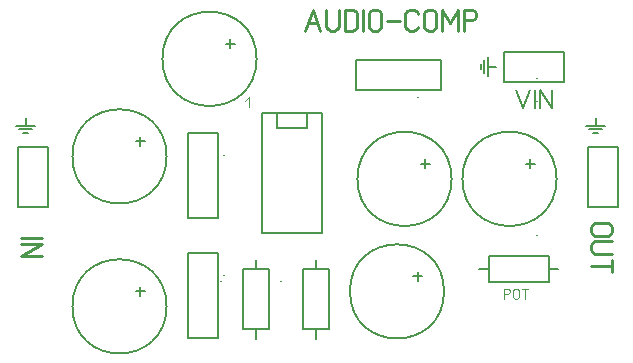
<source format=gbr>
%FSLAX34Y34*%
%MOMM*%
%LNSILK_TOP*%
G71*
G01*
%ADD10C,0.150*%
%ADD11C,0.167*%
%ADD12C,0.206*%
%ADD13C,0.200*%
%ADD14C,0.222*%
%ADD15C,0.111*%
%LPD*%
G54D10*
X278976Y218175D02*
X228176Y218175D01*
X228175Y116575D01*
X278976Y116575D01*
X278976Y218175D01*
G54D10*
X266275Y218175D02*
X240875Y218175D01*
X240875Y205475D01*
X266276Y205475D01*
X266275Y218175D01*
G54D10*
X165298Y129342D02*
X190698Y129342D01*
X190698Y200942D01*
X165298Y200942D01*
X165298Y129342D01*
G54D11*
X196090Y181997D02*
X196090Y181997D01*
G54D10*
X128982Y193800D02*
X121382Y193800D01*
G54D10*
X125182Y190000D02*
X125182Y197600D01*
G54D10*
G75*
G01X147526Y181100D02*
G03X147526Y181100I-39850J0D01*
G01*
G54D10*
X128982Y66800D02*
X121382Y66800D01*
G54D10*
X125182Y63000D02*
X125182Y70600D01*
G54D10*
G75*
G01X147526Y54100D02*
G03X147526Y54100I-39850J0D01*
G01*
G54D10*
X165298Y27742D02*
X190698Y27742D01*
X190698Y99342D01*
X165298Y99342D01*
X165298Y27742D01*
G54D11*
X196090Y80397D02*
X196090Y80397D01*
G54D10*
X234001Y34819D02*
X211826Y34819D01*
X211826Y85519D01*
X234001Y85519D01*
X234001Y34819D01*
G54D10*
X222914Y34619D02*
X222914Y26719D01*
G54D10*
X222914Y85619D02*
X222914Y93519D01*
G54D11*
X193989Y75261D02*
X193989Y75261D01*
G54D10*
X284801Y34819D02*
X262626Y34819D01*
X262626Y85519D01*
X284801Y85519D01*
X284801Y34819D01*
G54D10*
X273714Y34619D02*
X273714Y26719D01*
G54D10*
X273714Y85619D02*
X273714Y93519D01*
G54D11*
X244789Y75261D02*
X244789Y75261D01*
G54D10*
X363932Y79500D02*
X356332Y79500D01*
G54D10*
X360132Y75700D02*
X360132Y83300D01*
G54D10*
G75*
G01X382476Y66800D02*
G03X382476Y66800I-39850J0D01*
G01*
G54D10*
X370282Y174750D02*
X362682Y174750D01*
G54D10*
X366482Y170950D02*
X366482Y178550D01*
G54D10*
G75*
G01X388826Y162050D02*
G03X388826Y162050I-39850J0D01*
G01*
G54D10*
X205182Y276350D02*
X197582Y276350D01*
G54D10*
X201382Y272550D02*
X201382Y280150D01*
G54D10*
G75*
G01X223726Y263650D02*
G03X223726Y263650I-39850J0D01*
G01*
G54D12*
X460776Y247700D02*
X460776Y247700D01*
G54D12*
X460776Y228200D02*
X460776Y228200D01*
G54D13*
X443250Y237714D02*
X449250Y221714D01*
X455250Y237714D01*
G54D13*
X459650Y221714D02*
X459650Y237714D01*
G54D13*
X464050Y221714D02*
X464050Y237714D01*
X473650Y221714D01*
X473650Y237714D01*
G54D10*
X433454Y243888D02*
X433454Y269288D01*
X484254Y269288D01*
X484254Y243888D01*
X433454Y243888D01*
G54D13*
X426121Y257117D02*
X419770Y257117D01*
G54D13*
X419770Y249180D02*
X419771Y265055D01*
G54D13*
X416596Y262674D02*
X416596Y251561D01*
G54D13*
X413421Y254736D02*
X413421Y259498D01*
G54D10*
X21338Y189235D02*
X46738Y189234D01*
X46738Y138434D01*
X21338Y138434D01*
X21338Y189235D01*
G54D14*
X24289Y111967D02*
X42067Y111967D01*
G54D14*
X24289Y107078D02*
X42067Y107078D01*
X24289Y96411D01*
X42067Y96411D01*
G54D13*
X28211Y213587D02*
X28212Y207236D01*
G54D13*
X36149Y207236D02*
X20274Y207237D01*
G54D13*
X22655Y204062D02*
X33768Y204062D01*
G54D13*
X30593Y200887D02*
X25830Y200887D01*
G54D10*
X503938Y189235D02*
X529338Y189234D01*
X529338Y138434D01*
X503938Y138434D01*
X503938Y189235D01*
G54D14*
X521333Y114000D02*
X510222Y114000D01*
X508000Y115334D01*
X506889Y118000D01*
X506889Y120667D01*
X508000Y123334D01*
X510222Y124667D01*
X521333Y124667D01*
X523556Y123334D01*
X524667Y120667D01*
X524667Y118000D01*
X523556Y115334D01*
X521333Y114000D01*
G54D14*
X524667Y109111D02*
X510222Y109111D01*
X508000Y107778D01*
X506889Y105111D01*
X506889Y102444D01*
X508000Y99778D01*
X510222Y98444D01*
X524667Y98444D01*
G54D14*
X506889Y88222D02*
X524667Y88222D01*
G54D14*
X524667Y93555D02*
X524667Y82888D01*
G54D13*
X510811Y213587D02*
X510812Y207236D01*
G54D13*
X518749Y207236D02*
X502874Y207237D01*
G54D13*
X505255Y204062D02*
X516368Y204062D01*
G54D13*
X513193Y200887D02*
X508430Y200887D01*
G54D10*
X420378Y74504D02*
X420378Y96679D01*
X471078Y96679D01*
X471078Y74504D01*
X420378Y74504D01*
G54D10*
X420178Y85591D02*
X412278Y85591D01*
G54D10*
X471178Y85592D02*
X479078Y85592D01*
G54D11*
X460820Y114516D02*
X460820Y114516D01*
G54D10*
X308084Y262288D02*
X308084Y236888D01*
X379684Y236888D01*
X379683Y262288D01*
X308084Y262288D01*
G54D11*
X360739Y231496D02*
X360739Y231496D01*
G54D10*
X459182Y174750D02*
X451582Y174750D01*
G54D10*
X455382Y170950D02*
X455382Y178550D01*
G54D10*
G75*
G01X477726Y162050D02*
G03X477726Y162050I-39850J0D01*
G01*
G54D14*
X264480Y287620D02*
X271147Y305398D01*
X277813Y287620D01*
G54D14*
X267147Y294287D02*
X275147Y294287D01*
G54D14*
X282702Y305398D02*
X282702Y290954D01*
X284035Y288732D01*
X286702Y287620D01*
X289369Y287620D01*
X292035Y288732D01*
X293369Y290954D01*
X293368Y305398D01*
G54D14*
X298258Y287620D02*
X298258Y305398D01*
X304925Y305398D01*
X307591Y304287D01*
X308925Y302065D01*
X308925Y290954D01*
X307591Y288732D01*
X304925Y287620D01*
X298258Y287620D01*
G54D14*
X313814Y287620D02*
X313814Y305398D01*
G54D14*
X329370Y302065D02*
X329370Y290954D01*
X328036Y288732D01*
X325370Y287620D01*
X322703Y287620D01*
X320036Y288732D01*
X318703Y290954D01*
X318703Y302065D01*
X320036Y304287D01*
X322703Y305398D01*
X325370Y305398D01*
X328036Y304287D01*
X329370Y302065D01*
G54D14*
X334259Y295398D02*
X344926Y295398D01*
G54D14*
X360482Y290954D02*
X359148Y288732D01*
X356482Y287620D01*
X353815Y287620D01*
X351148Y288732D01*
X349815Y290954D01*
X349815Y302065D01*
X351148Y304287D01*
X353815Y305398D01*
X356482Y305398D01*
X359148Y304287D01*
X360482Y302065D01*
G54D14*
X376038Y302065D02*
X376038Y290954D01*
X374704Y288732D01*
X372038Y287620D01*
X369371Y287620D01*
X366704Y288732D01*
X365371Y290954D01*
X365371Y302065D01*
X366704Y304287D01*
X369371Y305398D01*
X372038Y305398D01*
X374704Y304287D01*
X376038Y302065D01*
G54D14*
X380927Y287620D02*
X380927Y305398D01*
X387594Y294287D01*
X394260Y305398D01*
X394260Y287620D01*
G54D14*
X399149Y287620D02*
X399149Y305398D01*
X405816Y305398D01*
X408482Y304287D01*
X409816Y302065D01*
X409816Y299843D01*
X408482Y297620D01*
X405816Y296509D01*
X399149Y296509D01*
G54D15*
X214323Y228239D02*
X217656Y231572D01*
X217656Y222683D01*
G54D15*
X432982Y60250D02*
X432982Y69139D01*
X436315Y69139D01*
X437649Y68583D01*
X438315Y67472D01*
X438315Y66361D01*
X437649Y65250D01*
X436315Y64694D01*
X432982Y64694D01*
G54D15*
X446092Y67472D02*
X446092Y61917D01*
X445426Y60806D01*
X444092Y60250D01*
X442759Y60250D01*
X441426Y60806D01*
X440759Y61917D01*
X440759Y67472D01*
X441426Y68583D01*
X442759Y69139D01*
X444092Y69139D01*
X445426Y68583D01*
X446092Y67472D01*
G54D15*
X451203Y60250D02*
X451203Y69139D01*
G54D15*
X448536Y69139D02*
X453869Y69139D01*
M02*

</source>
